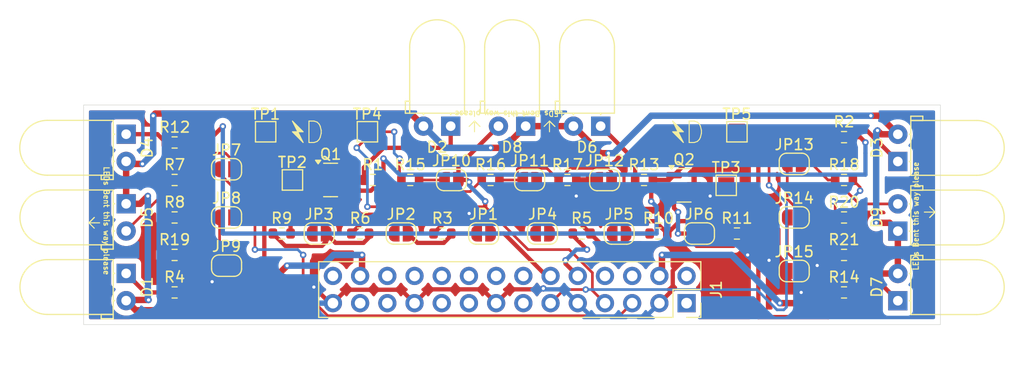
<source format=kicad_pcb>
(kicad_pcb (version 20240108) (generator "pcbnew") (generator_version "8.0")
  (layers (0 "F.Cu" signal) (31 "B.Cu" signal) (34 "B.Paste" user) (35 "F.Paste" user) (36 "B.SilkS" user "B.Silkscreen") (37 "F.SilkS" user "F.Silkscreen") (38 "B.Mask" user) (39 "F.Mask" user) (44 "Edge.Cuts" user))
  (net 0 "")
  (net 1 "Net-(D1-K)")
  (net 2 "+BATT")
  (net 3 "Net-(D2-K)")
  (net 4 "Net-(D3-K)")
  (net 5 "Net-(D4-K)")
  (net 6 "/PA3")
  (net 7 "Net-(D6-K)")
  (net 8 "Net-(D7-K)")
  (net 10 "GND")
  (net 16 "/PA4")
  (net 18 "/PA5")
  (net 27 "Net-(JP1-A)")
  (net 28 "Net-(JP2-A)")
  (net 29 "Net-(JP3-A)")
  (net 30 "/PE14")
  (net 31 "Net-(JP4-A)")
  (net 32 "Net-(JP5-A)")
  (net 33 "Net-(JP6-A)")
  (net 34 "Net-(JP7-A)")
  (net 35 "Net-(JP8-A)")
  (net 36 "Net-(JP10-A)")
  (net 37 "Net-(JP11-A)")
  (net 38 "Net-(JP13-A)")
  (net 39 "Net-(JP14-A)")
  (net 40 "Net-(Q1-C)")
  (net 41 "Net-(Q2-C)")
  (net 42 "/PE13")
  (footprint "Jumper:SolderJumper-2_P1.3mm_Open_RoundedPad1.0x1.5mm" (layer "F.Cu") (at 92.85 56)
    (property "Reference" "JP9")
    (property "Value" "SJ_Open")
  )
  (footprint "TestPoint:TestPoint_Pad_1.5x1.5mm" (layer "F.Cu") (at 106 43.5)
    (property "Reference" "TP4")
    (property "Value" "TestPoint")
  )
  (footprint "Resistor_SMD:R_0603_1608Metric" (layer "F.Cu") (at 106.5 48)
    (property "Reference" "R1")
    (property "Value" "22")
  )
  (footprint "Jumper:SolderJumper-2_P1.3mm_Open_RoundedPad1.0x1.5mm" (layer "F.Cu") (at 116.85 53)
    (property "Reference" "JP1")
    (property "Value" "SJ_Open")
  )
  (footprint "Resistor_SMD:R_0603_1608Metric" (layer "F.Cu") (at 88 48)
    (property "Reference" "R7")
    (property "Value" "47k")
  )
  (footprint "Resistor_SMD:R_0603_1608Metric" (layer "F.Cu") (at 150.5 55)
    (property "Reference" "R21")
    (property "Value" "4.7k")
  )
  (footprint "Resistor_SMD:R_0603_1608Metric" (layer "F.Cu") (at 150.5 51.5)
    (property "Reference" "R20")
    (property "Value" "10k")
  )
  (footprint "Connector_PinSocket_2.54mm:PinSocket_2x14_P2.54mm_Vertical" (layer "F.Cu") (at 135.8 59.5 -90)
    (property "Reference" "J1")
    (property "Value" "Conn_02x14_Odd_Even")
  )
  (footprint "Resistor_SMD:R_0603_1608Metric" (layer "F.Cu") (at 88 58.5)
    (property "Reference" "R4")
    (property "Value" "22")
  )
  (footprint "LED_THT:LED_D5.0mm_Horizontal_O1.27mm_Z15.0mm" (layer "F.Cu") (at 155.525 52.775 90)
    (property "Reference" "D9")
    (property "Value" "PhotoDiode")
  )
  (footprint "Jumper:SolderJumper-2_P1.3mm_Open_RoundedPad1.0x1.5mm" (layer "F.Cu") (at 129.5 53)
    (property "Reference" "JP5")
    (property "Value" "SJ_Open")
  )
  (footprint "Resistor_SMD:R_0603_1608Metric" (layer "F.Cu") (at 117.5 48)
    (property "Reference" "R16")
    (property "Value" "10k")
  )
  (footprint "Resistor_SMD:R_0603_1608Metric" (layer "F.Cu") (at 88 51.5)
    (property "Reference" "R8")
    (property "Value" "10k")
  )
  (footprint "Resistor_SMD:R_0603_1608Metric" (layer "F.Cu") (at 105.325 53)
    (property "Reference" "R6")
    (property "Value" "100")
  )
  (footprint "Resistor_SMD:R_0603_1608Metric" (layer "F.Cu") (at 110 48)
    (property "Reference" "R15")
    (property "Value" "47k")
  )
  (footprint "Jumper:SolderJumper-2_P1.3mm_Open_RoundedPad1.0x1.5mm" (layer "F.Cu") (at 122.35 53)
    (property "Reference" "JP4")
    (property "Value" "SJ_Open")
  )
  (footprint "Jumper:SolderJumper-2_P1.3mm_Open_RoundedPad1.0x1.5mm" (layer "F.Cu") (at 92.85 47)
    (property "Reference" "JP7")
    (property "Value" "SJ_Open")
  )
  (footprint "Resistor_SMD:R_0603_1608Metric" (layer "F.Cu") (at 150.5 44)
    (property "Reference" "R2")
    (property "Value" "22")
  )
  (footprint "LED_THT:LED_D5.0mm_Horizontal_O1.27mm_Z15.0mm" (layer "F.Cu") (at 113.775 42.975 180)
    (property "Reference" "D2")
    (property "Value" "LED")
  )
  (footprint "Jumper:SolderJumper-2_P1.3mm_Open_RoundedPad1.0x1.5mm" (layer "F.Cu") (at 128.15 48)
    (property "Reference" "JP12")
    (property "Value" "SJ_Open")
  )
  (footprint "Resistor_SMD:R_0603_1608Metric" (layer "F.Cu") (at 150.5 48)
    (property "Reference" "R18")
    (property "Value" "47k")
  )
  (footprint "Resistor_SMD:R_0603_1608Metric" (layer "F.Cu") (at 126 53)
    (property "Reference" "R5")
    (property "Value" "150")
  )
  (footprint "LED_THT:LED_D5.0mm_Horizontal_O1.27mm_Z15.0mm" (layer "F.Cu") (at 83.475 43.725 -90)
    (property "Reference" "D4")
    (property "Value" "LED")
  )
  (footprint "Resistor_SMD:R_0603_1608Metric" (layer "F.Cu") (at 133.175 53)
    (property "Reference" "R10")
    (property "Value" "100")
  )
  (footprint "Jumper:SolderJumper-2_P1.3mm_Open_RoundedPad1.0x1.5mm" (layer "F.Cu") (at 109.15 53)
    (property "Reference" "JP2")
    (property "Value" "SJ_Open")
  )
  (footprint "TestPoint:TestPoint_Pad_1.5x1.5mm" (layer "F.Cu") (at 96.5 43.5)
    (property "Reference" "TP1")
    (property "Value" "TestPoint")
  )
  (footprint "Jumper:SolderJumper-2_P1.3mm_Open_RoundedPad1.0x1.5mm" (layer "F.Cu") (at 101.5 53)
    (property "Reference" "JP3")
    (property "Value" "SJ_Open")
  )
  (footprint "Jumper:SolderJumper-2_P1.3mm_Open_RoundedPad1.0x1.5mm" (layer "F.Cu") (at 121.15 48)
    (property "Reference" "JP11")
    (property "Value" "SJ_Open")
  )
  (footprint "Jumper:SolderJumper-2_P1.3mm_Open_RoundedPad1.0x1.5mm" (layer "F.Cu") (at 113.85 48)
    (property "Reference" "JP10")
    (property "Value" "SJ_Open")
  )
  (footprint "Resistor_SMD:R_0603_1608Metric" (layer "F.Cu") (at 131.825 48)
    (property "Reference" "R13")
    (property "Value" "22")
  )
  (footprint "Resistor_SMD:R_0603_1608Metric" (layer "F.Cu") (at 124.675 48)
    (property "Reference" "R17")
    (property "Value" "4.7k")
  )
  (footprint "Resistor_SMD:R_0603_1608Metric" (layer "F.Cu") (at 88 55)
    (property "Reference" "R19")
    (property "Value" "4.7k")
  )
  (footprint "LED_THT:LED_D5.0mm_Horizontal_O1.27mm_Z15.0mm" (layer "F.Cu") (at 155.525 59.275 90)
    (property "Reference" "D7")
    (property "Value" "LED")
  )
  (footprint "LED_THT:LED_D5.0mm_Horizontal_O1.27mm_Z15.0mm" (layer "F.Cu") (at 127.775 42.975 180)
    (property "Reference" "D6")
    (property "Value" "LED")
  )
  (footprint "LED_THT:LED_D5.0mm_Horizontal_O1.27mm_Z15.0mm" (layer "F.Cu") (at 120.775 42.975 180)
    (property "Reference" "D8")
    (property "Value" "PhotoDiode")
  )
  (footprint "TestPoint:TestPoint_Pad_1.5x1.5mm" (layer "F.Cu") (at 99 48)
    (property "Reference" "TP2")
    (property "Value" "TestPoint")
  )
  (footprint "Resistor_SMD:R_0603_1608Metric" (layer "F.Cu") (at 150.5 58.5)
    (property "Reference" "R14")
    (property "Value" "22")
  )
  (footprint "Jumper:SolderJumper-2_P1.3mm_Open_RoundedPad1.0x1.5mm" (layer "F.Cu") (at 145.85 51.5)
    (property "Reference" "JP14")
    (property "Value" "SJ_Open")
  )
  (footprint "Jumper:SolderJumper-2_P1.3mm_Open_RoundedPad1.0x1.5mm" (layer "F.Cu") (at 145.85 56.5)
    (property "Reference" "JP15")
    (property "Value" "SJ_Open")
  )
  (footprint "Resistor_SMD:R_0603_1608Metric" (layer "F.Cu") (at 140.5 53)
    (property "Reference" "R11")
    (property "Value" "75")
  )
  (footprint "LED_THT:LED_D5.0mm_Horizontal_O1.27mm_Z15.0mm" (layer "F.Cu") (at 155.525 46.275 90)
    (property "Reference" "D3")
    (property "Value" "LED")
  )
  (footprint "Resistor_SMD:R_0603_1608Metric" (layer "F.Cu") (at 113 53)
    (property "Reference" "R3")
    (property "Value" "150")
  )
  (footprint "TestPoint:TestPoint_Pad_1.5x1.5mm" (layer "F.Cu") (at 139.5 48.5)
    (property "Reference" "TP3")
    (property "Value" "TestPoint")
  )
  (footprint "LED_THT:LED_D5.0mm_Horizontal_O1.27mm_Z15.0mm" (layer "F.Cu") (at 83.475 50.225 -90)
    (property "Reference" "D5")
    (property "Value" "PhotoDiode")
  )
  (footprint "Jumper:SolderJumper-2_P1.3mm_Open_RoundedPad1.0x1.5mm" (layer "F.Cu") (at 92.85 51.5)
    (property "Reference" "JP8")
    (property "Value" "SJ_Open")
  )
  (footprint "Package_TO_SOT_SMD:SOT-23" (layer "F.Cu") (at 102.5625 48)
    (property "Reference" "Q1")
    (property "Value" "NPN")
  )
  (footprint "TestPoint:TestPoint_Pad_1.5x1.5mm" (layer "F.Cu") (at 140.5 43.5)
    (property "Reference" "TP5")
    (property "Value" "TestPoint")
  )
  (footprint "Resistor_SMD:R_0603_1608Metric" (layer "F.Cu") (at 88 44.5)
    (property "Reference" "R12")
    (property "Value" "22")
  )
  (footprint "Resistor_SMD:R_0603_1608Metric" (layer "F.Cu") (at 98 53)
    (property "Reference" "R9")
    (property "Value" "75")
  )
  (footprint "Jumper:SolderJumper-2_P1.3mm_Open_RoundedPad1.0x1.5mm" (layer "F.Cu") (at 145.85 46.5)
    (property "Reference" "JP13")
    (property "Value" "SJ_Open")
  )
  (footprint "Package_TO_SOT_SMD:SOT-23" (layer "F.Cu") (at 135.5625 48.5)
    (property "Reference" "Q2")
    (property "Value" "NPN")
  )
  (footprint "LED_THT:LED_D5.0mm_Horizontal_O1.27mm_Z15.0mm" (layer "F.Cu") (at 83.475 56.725 -90)
    (property "Reference" "D1")
    (property "Value" "LED")
  )
  (footprint "Jumper:SolderJumper-2_P1.3mm_Open_RoundedPad1.0x1.5mm" (layer "F.Cu") (at 137 53)
    (property "Reference" "JP6")
    (property "Value" "SJ_Open")
  )
  (gr_line (start 159 51) (end 158.5 51.5) (stroke (width 0.1)) (layer "F.SilkS"))
  (gr_line (start 80.5 52) (end 80 52) (stroke (width 0.1)) (layer "F.SilkS"))
  (gr_line (start 80 52) (end 80.5 51.5) (stroke (width 0.1)) (layer "F.SilkS"))
  (gr_line (start 80.5 52) (end 81 52) (stroke (width 0.1)) (layer "F.SilkS"))
  (gr_line (start 116.5 43) (end 116 42.5) (stroke (width 0.1)) (layer "F.SilkS"))
  (gr_line (start 116 42.5) (end 115.5 43) (stroke (width 0.1)) (layer "F.SilkS"))
  (gr_line (start 123 42.5) (end 123.5 43) (stroke (width 0.1)) (layer "F.SilkS"))
  (gr_line (start 159 51) (end 158.5 50.5) (stroke (width 0.1)) (layer "F.SilkS"))
  (gr_line (start 116 43) (end 116 42.5) (stroke (width 0.1)) (layer "F.SilkS"))
  (gr_line (start 80.5 51.5) (end 80 52) (stroke (width 0.1)) (layer "F.SilkS"))
  (gr_line (start 123.5 43) (end 123 42.5) (stroke (width 0.1)) (layer "F.SilkS"))
  (gr_line (start 80 52) (end 80.5 52.5) (stroke (width 0.1)) (layer "F.SilkS"))
  (gr_line (start 158.5 51) (end 159 51) (stroke (width 0.1)) (layer "F.SilkS"))
  (gr_line (start 123 43) (end 123 42.5) (stroke (width 0.1)) (layer "F.SilkS"))
  (gr_poly (pts (xy 134.5 42.5) (xy 135 43.5) (xy 135.5 43.5)) (stroke (width 0.1)) (fill solid) (layer "F.SilkS"))
  (gr_poly (pts (xy 135 43.5) (xy 134.5 43.5) (xy 135.5 44.5)) (stroke (width 0.1)) (fill solid) (layer "F.SilkS"))
  (gr_line (start 116 43) (end 116 43.5) (stroke (width 0.1)) (layer "F.SilkS"))
  (gr_poly (pts (xy 99 42.5) (xy 99.5 43.5) (xy 100 43.5)) (stroke (width 0.1)) (fill solid) (layer "F.SilkS"))
  (gr_poly (pts (xy 99.5 43.5) (xy 99 43.5) (xy 100 44.5)) (stroke (width 0.1)) (fill solid) (layer "F.SilkS"))
  (gr_line (start 158.5 51) (end 158 51) (stroke (width 0.1)) (layer "F.SilkS"))
  (gr_line (start 123 42.5) (end 122.5 43) (stroke (width 0.1)) (layer "F.SilkS"))
  (gr_line (start 116 42.5) (end 116.5 43) (stroke (width 0.1)) (layer "F.SilkS"))
  (gr_line (start 158.5 51.5) (end 159 51) (stroke (width 0.1)) (layer "F.SilkS"))
  (gr_line (start 123 43) (end 123 43.5) (stroke (width 0.1)) (layer "F.SilkS"))
  (gr_rect (start 79.5 41) (end 159.5 61.5) (stroke (width 0.05)) (fill none) (layer "Edge.Cuts"))
  (gr_text "LEDs Bent this way please" (at 81.336 46.680954 -90) (layer "F.SilkS") (effects (font (size 0.5 0.5) (thickness 0.1) (bold yes)) (justify left bottom)))
  (gr_text "D" (at 135.5 44.75 0) (layer "F.SilkS") (effects (font (size 2 2) (thickness 0.1)) (justify left bottom)))
  (gr_text "D" (at 100 44.75 0) (layer "F.SilkS") (effects (font (size 2 2) (thickness 0.1)) (justify left bottom)))
  (gr_text "LEDs Bent this way please" (at 124.327523 41.508475 180) (layer "F.SilkS") (effects (font (size 0.5 0.5) (thickness 0.1) (bold yes)) (justify left bottom)))
  (gr_text "LEDs Bent this way please" (at 157.5 56.5 90) (layer "F.SilkS") (effects (font (size 0.5 0.5) (thickness 0.1) (bold yes)) (justify left bottom)))
  (segment (start 85.25 58.5) (end 83.475 56.725) (width 0.4) (layer "F.Cu") (net 1))
  (segment (start 87.175 58.5) (end 85.25 58.5) (width 0.4) (layer "F.Cu") (net 1))
  (segment (start 111.235 42.975) (end 110.06 41.8) (width 0.6) (layer "F.Cu") (net 2))
  (segment (start 153 42) (end 153.79 42) (width 0.6) (layer "F.Cu") (net 2))
  (segment (start 83.475 46.265) (end 83.475 50.225) (width 0.6) (layer "F.Cu") (net 2))
  (segment (start 84.775 50.225) (end 85.5 49.5) (width 0.6) (layer "F.Cu") (net 2))
  (segment (start 155.525 52.775) (end 155.525 56.735) (width 0.6) (layer "F.Cu") (net 2))
  (segment (start 148 59.5) (end 144.5 59.5) (width 0.6) (layer "F.Cu") (net 2))
  (segment (start 105.5 55) (end 105.5 56.78) (width 0.6) (layer "F.Cu") (net 2))
  (segment (start 83.71 46.5) (end 83.475 46.265) (width 0.6) (layer "F.Cu") (net 2))
  (segment (start 85.56305 59.2) (end 83.54 59.2) (width 0.6) (layer "F.Cu") (net 2))
  (segment (start 148 57) (end 148 59.5) (width 0.6) (layer "F.Cu") (net 2))
  (segment (start 83.54 59.2) (end 83.475 59.265) (width 0.6) (layer "F.Cu") (net 2))
  (segment (start 110.06 41.8) (end 86.2 41.8) (width 0.6) (layer "F.Cu") (net 2))
  (segment (start 125.235 42.975) (end 127.76 45.5) (width 0.6) (layer "F.Cu") (net 2))
  (segment (start 127.76 45.5) (end 128.5 45.5) (width 0.6) (layer "F.Cu") (net 2))
  (segment (start 118.75 45) (end 117.5 45) (width 0.6) (layer "F.Cu") (net 2))
  (segment (start 105.5 56.78) (end 105.32 56.96) (width 0.6) (layer "F.Cu") (net 2))
  (segment (start 120.775 42.975) (end 118.75 45) (width 0.6) (layer "F.Cu") (net 2))
  (segment (start 85 46.5) (end 83.71 46.5) (width 0.6) (layer "F.Cu") (net 2))
  (segment (start 153.79 42) (end 155.525 43.735) (width 0.6) (layer "F.Cu") (net 2))
  (segment (start 83.475 50.225) (end 84.775 50.225) (width 0.6) (layer "F.Cu") (net 2))
  (segment (start 94.335 60.165) (end 98.5 56) (width 0.6) (layer "F.Cu") (net 2))
  (segment (start 125.235 42.975) (end 120.775 42.975) (width 0.6) (layer "F.Cu") (net 2))
  (segment (start 155.525 43.735) (end 153.97495 43.735) (width 0.6) (layer "F.Cu") (net 2))
  (segment (start 133.5 55) (end 133.5 56.72) (width 0.6) (layer "F.Cu") (net 2))
  (segment (start 153.5 52) (end 154.75 52) (width 0.6) (layer "F.Cu") (net 2))
  (segment (start 84.375 60.165) (end 94.335 60.165) (width 0.6) (layer "F.Cu") (net 2))
  (segment (start 153.97495 43.735) (end 153.619975 43.380025) (width 0.6) (layer "F.Cu") (net 2))
  (segment (start 154.75 52) (end 155.525 52.775) (width 0.6) (layer "F.Cu") (net 2))
  (segment (start 83.475 59.265) (end 84.375 60.165) (width 0.6) (layer "F.Cu") (net 2))
  (segment (start 148.265 56.735) (end 148 57) (width 0.6) (layer "F.Cu") (net 2))
  (segment (start 133.5 56.72) (end 133.26 56.96) (width 0.6) (layer "F.Cu") (net 2))
  (segment (start 86.2 41.8) (end 86 42) (width 0.6) (layer "F.Cu") (net 2))
  (segment (start 155.525 56.735) (end 148.265 56.735) (width 0.6) (layer "F.Cu") (net 2))
  (via (at 85.5 49.5) (size 0.6) (drill 0.3) (layers "F.Cu" "B.Cu") (net 2))
  (via (at 86 42) (size 0.6) (drill 0.3) (layers "F.Cu" "B.Cu") (net 2))
  (via (at 117.5 45) (size 0.6) (drill 0.3) (layers "F.Cu" "B.Cu") (net 2))
  (via (at 133.5 55) (size 0.6) (drill 0.3) (layers "F.Cu" "B.Cu") (net 2))
  (via (at 105.5 55) (size 0.6) (drill 0.3) (layers "F.Cu" "B.Cu") (net 2))
  (via (at 128.5 45.5) (size 0.6) (drill 0.3) (layers "F.Cu" "B.Cu") (net 2))
  (via (at 153.5 52) (size 0.6) (drill 0.3) (layers "F.Cu" "B.Cu") (net 2))
  (via (at 85 46.5) (size 0.6) (drill 0.3) (layers "F.Cu" "B.Cu") (net 2))
  (via (at 85.56305 59.2) (size 0.6) (drill 0.3) (layers "F.Cu" "B.Cu") (net 2))
  (via (at 98.5 56) (size 0.6) (drill 0.3) (layers "F.Cu" "B.Cu") (net 2))
  (via (at 153.619975 43.380025) (size 0.6) (drill 0.3) (layers "F.Cu" "B.Cu") (net 2))
  (via (at 153 42) (size 0.6) (drill 0.3) (layers "F.Cu" "B.Cu") (net 2))
  (via (at 144.5 59.5) (size 0.6) (drill 0.3) (layers "F.Cu" "B.Cu") (net 2))
  (segment (start 102.830811 55) (end 105.5 55) (width 0.6) (layer "B.Cu") (net 2))
  (segment (start 86 42) (end 86 45.5) (width 0.6) (layer "B.Cu") (net 2))
  (segment (start 86 45.5) (end 85 46.5) (width 0.6) (layer "B.Cu") (net 2))
  (segment (start 140 55) (end 133.5 55) (width 0.6) (layer "B.Cu") (net 2))
  (segment (start 101.830811 56) (end 102.830811 55) (width 0.6) (layer "B.Cu") (net 2))
  (segment (start 113.26 45) (end 111.235 42.975) (width 0.6) (layer "B.Cu") (net 2))
  (segment (start 132.5 42) (end 153 42) (width 0.6) (layer "B.Cu") (net 2))
  (segment (start 117.5 45) (end 113.26 45) (width 0.6) (layer "B.Cu") (net 2))
  (segment (start 153.619975 43.380025) (end 153.5 43.5) (width 0.6) (layer "B.Cu") (net 2))
  (segment (start 129 45.5) (end 132.5 42) (width 0.6) (layer "B.Cu") (net 2))
  (segment (start 144.5 59.5) (end 140 55) (width 0.6) (layer "B.Cu") (net 2))
  (segment (start 128.5 45.5) (end 129 45.5) (width 0.6) (layer "B.Cu") (net 2))
  (segment (start 98.5 56) (end 101.830811 56) (width 0.6) (layer "B.Cu") (net 2))
  (segment (start 85.5 49.5) (end 85.5 59.13695) (width 0.6) (layer "B.Cu") (net 2))
  (segment (start 153.5 43.5) (end 153.5 52) (width 0.6) (layer "B.Cu") (net 2))
  (segment (start 85.5 59.13695) (end 85.56305 59.2) (width 0.6) (layer "B.Cu") (net 2))
  (segment (start 113.775 44.725) (end 113.775 42.975) (width 0.4) (layer "F.Cu") (net 3))
  (segment (start 105.675 46.83505) (end 107.51005 45) (width 0.4) (layer "F.Cu") (net 3))
  (segment (start 107.51005 45) (end 113.5 45) (width 0.4) (layer "F.Cu") (net 3))
  (segment (start 113.5 45) (end 113.775 44.725) (width 0.4) (layer "F.Cu") (net 3))
  (segment (start 105.675 48) (end 105.675 46.83505) (width 0.4) (layer "F.Cu") (net 3))
  (segment (start 152.375 43.125) (end 155.525 46.275) (width 0.4) (layer "F.Cu") (net 4))
  (segment (start 150.55 43.125) (end 152.375 43.125) (width 0.4) (layer "F.Cu") (net 4))
  (segment (start 149.675 44) (end 150.55 43.125) (width 0.4) (layer "F.Cu") (net 4))
  (segment (start 86.4 43.725) (end 87.175 44.5) (width 0.4) (layer "F.Cu") (net 5))
  (segment (start 83.475 43.725) (end 86.4 43.725) (width 0.4) (layer "F.Cu") (net 5))
  (segment (start 95.5 49) (end 93.5 47) (width 0.25) (layer "F.Cu") (net 6))
  (segment (start 96.5 43.5) (end 97 43.5) (width 0.25) (layer "F.Cu") (net 6))
  (segment (start 83.475 52.765) (end 87.175 49.065) (width 0.25) (layer "F.Cu") (net 6))
  (segment (start 95.5 54.5) (end 95.5 49) (width 0.25) (layer "F.Cu") (net 6))
  (segment (start 96.5 44) (end 96.5 43.5) (width 0.25) (layer "F.Cu") (net 6))
  (segment (start 87.175 49.065) (end 87.175 48) (width 0.25) (layer "F.Cu") (net 6))
  (segment (start 130.72 59.5) (end 129.545 60.675) (width 0.25) (layer "F.Cu") (net 6))
  (segment (start 100 58.381701) (end 100 55) (width 0.25) (layer "F.Cu") (net 6))
  (segment (start 93.5 47) (end 93.5 46.245) (width 0.25) (layer "F.Cu") (net 6))
  (segment (start 89.675 45.5) (end 87.175 48) (width 0.25) (layer "F.Cu") (net 6))
  (segment (start 102.293299 60.675) (end 100 58.381701) (width 0.25) (layer "F.Cu") (net 6))
  (segment (start 93.5 46.245) (end 92.755 45.5) (width 0.25) (layer "F.Cu") (net 6))
  (segment (start 92.755 45.5) (end 89.675 45.5) (width 0.25) (layer "F.Cu") (net 6))
  (segment (start 129.545 60.675) (end 102.293299 60.675) (width 0.25) (layer "F.Cu") (net 6))
  (segment (start 93.5 47) (end 96.5 44) (width 0.25) (layer "F.Cu") (net 6))
  (via (at 100 55) (size 0.6) (drill 0.3) (layers "F.Cu" "B.Cu") (net 6))
  (via (at 95.5 54.5) (size 0.6) (drill 0.3) (layers "F.Cu" "B.Cu") (net 6))
  (segment (start 99.5 54.5) (end 95.5 54.5) (width 0.25) (layer "B.Cu") (net 6))
  (segment (start 100 55) (end 99.5 54.5) (width 0.25) (layer "B.Cu") (net 6))
  (segment (start 131 48) (end 131 46.2) (width 0.4) (layer "F.Cu") (net 7))
  (segment (start 131 46.2) (end 127.775 42.975) (width 0.4) (layer "F.Cu") (net 7))
  (segment (start 150.55 57.625) (end 153.875 57.625) (width 0.4) (layer "F.Cu") (net 8))
  (segment (start 149.675 58.5) (end 150.55 57.625) (width 0.4) (layer "F.Cu") (net 8))
  (segment (start 153.875 57.625) (end 155.525 59.275) (width 0.4) (layer "F.Cu") (net 8))
  (segment (start 133.805526 48.75) (end 136.25 48.75) (width 0.4) (layer "F.Cu") (net 10))
  (segment (start 103.5 48) (end 103.5 49.338528) (width 0.4) (layer "F.Cu") (net 10))
  (segment (start 133.4875 49.068026) (end 133.805526 48.75) (width 0.4) (layer "F.Cu") (net 10))
  (segment (start 122.344726 58.21) (end 122.425373 58.129353) (width 0.4) (layer "F.Cu") (net 10))
  (segment (start 129.445 50.7) (end 132.95 50.7) (width 0.4) (layer "F.Cu") (net 10))
  (segment (start 125.5 49.5) (end 125.5 48) (width 0.4) (layer "F.Cu") (net 10))
  (segment (start 102.78 59.5) (end 102.5 59.5) (width 0.4) (layer "F.Cu") (net 10))
  (segment (start 118.02 59.5) (end 119.31 58.21) (width 0.4) (layer "F.Cu") (net 10))
  (segment (start 92.2 56) (end 89.825 56) (width 0.4) (layer "F.Cu") (net 10))
  (segment (start 135.992233 55) (end 141.5 55) (width 0.4) (layer "F.Cu") (net 10))
  (segment (start 146.5 58.5) (end 145.2 57.2) (width 0.4) (layer "F.Cu") (net 10))
  (segment (start 111.69 58.21) (end 116.73 58.21) (width 0.4) (layer "F.Cu") (net 10))
  (segment (start 145.2 57.2) (end 145.2 56.5) (width 0.4) (layer "F.Cu") (net 10))
  (segment (start 89.825 56) (end 88.825 55) (width 0.4) (layer "F.Cu") (net 10))
  (segment (start 103.5 49.338528) (end 105.406472 51.245) (width 0.4) (layer "F.Cu") (net 10))
  (segment (start 91.5 56.7) (end 92.2 56) (width 0.4) (layer "F.Cu") (net 10))
  (segment (start 102.5 59.5) (end 101 58) (width 0.4) (layer "F.Cu") (net 10))
  (segment (start 105.406472 51.245) (end 115.38 51.245) (width 0.4) (layer "F.Cu") (net 10))
  (segment (start 91.5 57.5) (end 91.5 56.7) (width 0.4) (layer "F.Cu") (net 10))
  (segment (start 138 49.5) (end 137.5 49.5) (width 0.4) (layer "F.Cu") (net 10))
  (segment (start 104.03 58.25) (end 109.15 58.25) (width 0.4) (layer "F.Cu") (net 10))
  (segment (start 144.5 56.5) (end 143.5 55.5) (width 0.25) (layer "F.Cu") (net 10))
  (segment (start 132.95 50.7) (end 133.4875 50.1625) (width 0.4) (layer "F.Cu") (net 10))
  (segment (start 109.15 58.25) (end 110.4 59.5) (width 0.4) (layer "F.Cu") (net 10))
  (segment (start 134.51 58.25) (end 134.51 56.482233) (width 0.4) (layer "F.Cu") (net 10))
  (segment (start 136.25 48.75) (end 136.5 48.5) (width 0.4) (layer "F.Cu") (net 10))
  (segment (start 133.4875 50.1625) (end 133.4875 49.068026) (width 0.4) (layer "F.Cu") (net 10))
  (segment (start 116.73 58.21) (end 118.02 59.5) (width 0.4) (layer "F.Cu") (net 10))
  (segment (start 115.38 51.245) (end 115.5 51.125) (width 0.4) (layer "F.Cu") (net 10))
  (segment (start 119.31 58.21) (end 122.344726 58.21) (width 0.4) (layer "F.Cu") (net 10))
  (segment (start 137.5 49.5) (end 136.5 48.5) (width 0.4) (layer "F.Cu") (net 10))
  (segment (start 150.34258 55.98242) (end 147.993662 55.98242) (width 0.4) (layer "F.Cu") (net 10))
  (segment (start 145.2 56.5) (end 144.5 56.5) (width 0.25) (layer "F.Cu") (net 10))
  (segment (start 102.78 59.5) (end 104.03 58.25) (width 0.4) (layer "F.Cu") (net 10))
  (segment (start 125.5 48) (end 127.5 48) (width 0.4) (layer "F.Cu") (net 10))
  (segment (start 133.26 59.5) (end 134.51 58.25) (width 0.4) (layer "F.Cu") (net 10))
  (segment (start 110.4 59.5) (end 111.69 58.21) (width 0.4) (layer "F.Cu") (net 10))
  (segment (start 127.5 48.755) (end 129.445 50.7) (width 0.4) (layer "F.Cu") (net 10))
  (segment (start 127.5 48) (end 127.5 48.755) (width 0.4) (layer "F.Cu") (net 10))
  (segment (start 145.2 56.5) (end 145.2 57.255) (width 0.25) (layer "F.Cu") (net 10))
  (segment (start 134.51 56.482233) (end 135.992233 55) (width 0.4) (layer "F.Cu") (net 10))
  (segment (start 151.325 55) (end 150.34258 55.98242) (width 0.4) (layer "F.Cu") (net 10))
  (via (at 141.5 55) (size 0.6) (drill 0.3) (layers "F.Cu" "B.Cu") (net 10))
  (via (at 143.5 55.5) (size 0.6) (drill 0.3) (layers "F.Cu" "B.Cu") (net 10))
  (via (at 101 58) (size 0.6) (drill 0.3) (layers "F.Cu" "B.Cu") (net 10))
  (via (at 147.993662 55.98242) (size 0.6) (drill 0.3) (layers "F.Cu" "B.Cu") (net 10))
  (via (at 146.5 58.5) (size 0.6) (drill 0.3) (layers "F.Cu" "B.Cu") (net 10))
  (via (at 122.425373 58.129353) (size 0.6) (drill 0.3) (layers "F.Cu" "B.Cu") (net 10))
  (via (at 125.5 49.5) (size 0.6) (drill 0.3) (layers "F.Cu" "B.Cu") (net 10))
  (via (at 91.5 57.5) (size 0.6) (drill 0.3) (layers "F.Cu" "B.Cu") (net 10))
  (via (at 138 49.5) (size 0.6) (drill 0.3) (layers "F.Cu" "B.Cu") (net 10))
  (via (at 115.5 51.125) (size 0.6) (drill 0.3) (layers "F.Cu" "B.Cu") (net 10))
  (segment (start 147.993662 55.98242) (end 147.993662 57.006338) (width 0.4) (layer "B.Cu") (net 10))
  (segment (start 124 51) (end 125.5 49.5) (width 0.4) (layer "B.Cu") (net 10))
  (segment (start 126.89 60.75) (end 132.01 60.75) (width 0.4) (layer "B.Cu") (net 10))
  (segment (start 101 58) (end 92 58) (width 0.4) (layer "B.Cu") (net 10))
  (segment (start 141.5 55) (end 141.5 53) (width 0.4) (layer "B.Cu") (net 10))
  (segment (start 122.425373 58.129353) (end 122.50602 58.21) (width 0.4) (layer "B.Cu") (net 10))
  (segment (start 115.5 51.125) (end 115.625 51) (width 0.4) (layer "B.Cu") (net 10))
  (segment (start 124.35 58.21) (end 125.64 59.5) (width 0.4) (layer "B.Cu") (net 10))
  (segment (start 143.5 55.5) (end 142 55.5) (width 0.25) (layer "B.Cu") (net 10))
  (segment (start 141.5 53) (end 138 49.5) (width 0.4) (layer "B.Cu") (net 10))
  (segment (start 125.64 59.5) (end 126.89 60.75) (width 0.4) (layer "B.Cu") (net 10))
  (segment (start 147.993662 57.006338) (end 146.5 58.5) (width 0.4) (layer "B.Cu") (net 10))
  (segment (start 115.625 51) (end 124 51) (width 0.4) (layer "B.Cu") (net 10))
  (segment (start 142 55.5) (end 141.5 55) (width 0.25) (layer "B.Cu") (net 10))
  (segment (start 92 58) (end 91.5 57.5) (width 0.4) (layer "B.Cu") (net 10))
  (segment (start 122.50602 58.21) (end 124.35 58.21) (width 0.4) (layer "B.Cu") (net 10))
  (segment (start 132.01 60.75) (end 133.26 59.5) (width 0.4) (layer "B.Cu") (net 10))
  (segment (start 114.5 46.71) (end 118.235 42.975) (width 0.4) (layer "F.Cu") (net 16))
  (segment (start 109 46) (end 109 47.825) (width 0.25) (layer "F.Cu") (net 16))
  (segment (start 116.998932 50.001068) (end 116.998932 50.5) (width 0.4) (layer "F.Cu") (net 16))
  (segment (start 114.5 48) (end 114.5 46.71) (width 0.4) (layer "F.Cu") (net 16))
  (segment (start 114.5 48) (end 114.5 48.522759) (width 0.4) (layer "F.Cu") (net 16))
  (segment (start 105.813604 43.95) (end 105.681802 43.818198) (width 0.25) (layer "F.Cu") (net 16))
  (segment (start 117 50) (end 116.998932 50.001068) (width 0.4) (layer "F.Cu") (net 16))
  (segment (start 124.841701 54.5) (end 120.998932 54.5) (width 0.25) (layer "F.Cu") (net 16))
  (segment (start 127.005 58.325) (end 127.005 56.663299) (width 0.25) (layer "F.Cu") (net 16))
  (segment (start 120.998932 54.5) (end 116.998932 50.5) (width 0.25) (layer "F.Cu") (net 16))
  (segment (start 105 45) (end 105.813604 44.186396) (width 0.25) (layer "F.Cu") (net 16))
  (segment (start 106 43.5) (end 108.5 43.5) (width 0.25) (layer "F.Cu") (net 16))
  (segment (start 115.3 48) (end 115.5 48.2) (width 0.4) (layer "F.Cu") (net 16))
  (segment (start 116.998932 50.5) (end 106 50.5) (width 0.25) (layer "F.Cu") (net 16))
  (segment (start 109 47.825) (end 109.175 48) (width 0.25) (layer "F.Cu") (net 16))
  (segment (start 127.005 56.663299) (end 124.841701 54.5) (width 0.25) (layer "F.Cu") (net 16))
  (segment (start 114.5 48) (end 115.3 48) (width 0.4) (layer "F.Cu") (net 16))
  (segment (start 128.18 59.5) (end 127.005 58.325) (width 0.25) (layer "F.Cu") (net 16))
  (segment (start 105.813604 44.186396) (end 105.813604 43.95) (width 0.25) (layer "F.Cu") (net 16))
  (via (at 117 50) (size 0.6) (drill 0.3) (layers "F.Cu" "B.Cu") (net 16))
  (via (at 106 50.5) (size 0.6) (drill 0.3) (layers "F.Cu" "B.Cu") (net 16))
  (via (at 115.5 48.2) (size 0.6) (drill 0.3) (layers "F.Cu" "B.Cu") (net 16))
  (via (at 109 46) (size 0.6) (drill 0.3) (layers "F.Cu" "B.Cu") (net 16))
  (via (at 105 45) (size 0.6) (drill 0.3) (layers "F.Cu" "B.Cu") (net 16))
  (via (at 108.5 43.5) (size 0.6) (drill 0.3) (layers "F.Cu" "B.Cu") (net 16))
  (segment (start 108.5 43.5) (end 108.5 45.5) (width 0.25) (layer "B.Cu") (net 16))
  (segment (start 115.5 48.2) (end 115.5 48.5) (width 0.4) (layer "B.Cu") (net 16))
  (segment (start 108.5 45.5) (end 109 46) (width 0.25) (layer "B.Cu") (net 16))
  (segment (start 106 50.5) (end 106 46) (width 0.25) (layer "B.Cu") (net 16))
  (segment (start 106 46) (end 105 45) (width 0.25) (layer "B.Cu") (net 16))
  (segment (start 115.5 48.5) (end 117 50) (width 0.4) (layer "B.Cu") (net 16))
  (segment (start 124.369549 58.230451) (end 123.1 59.5) (width 0.25) (layer "F.Cu") (net 18))
  (segment (start 146.5 45.745) (end 146.5 46.5) (width 0.25) (layer "F.Cu") (net 18))
  (segment (start 140.5 43.5) (end 144.255 43.5) (width 0.25) (layer "F.Cu") (net 18))
  (segment (start 143.5 48.5) (end 143.5 46.257538) (width 0.25) (layer "F.Cu") (net 18))
  (segment (start 143.5 46.257538) (end 141.192462 43.95) (width 0.25) (layer "F.Cu") (net 18))
  (segment (start 144.255 43.5) (end 146.5 45.745) (width 0.25) (layer "F.Cu") (net 18))
  (segment (start 146.5 46.5) (end 147.5 46.5) (width 0.25) (layer "F.Cu") (net 18))
  (segment (start 126.38 58.230451) (end 124.369549 58.230451) (width 0.25) (layer "F.Cu") (net 18))
  (segment (start 147.5 46.5) (end 149 48) (width 0.25) (layer "F.Cu") (net 18))
  (segment (start 149.675 48) (end 151.91 50.235) (width 0.25) (layer "F.Cu") (net 18))
  (segment (start 141.192462 43.95) (end 140.5 43.95) (width 0.25) (layer "F.Cu") (net 18))
  (segment (start 151.91 50.235) (end 155.525 50.235) (width 0.25) (layer "F.Cu") (net 18))
  (segment (start 149 48) (end 149.675 48) (width 0.25) (layer "F.Cu") (net 18))
  (via (at 143.5 48.5) (size 0.6) (drill 0.3) (layers "F.Cu" "B.Cu") (net 18))
  (via (at 126.38 58.230451) (size 0.6) (drill 0.3) (layers "F.Cu" "B.Cu") (net 18))
  (segment (start 142.346567 58.230451) (end 144.241116 60.125) (width 0.25) (layer "B.Cu") (net 18))
  (segment (start 145.125 50.125) (end 143.5 48.5) (width 0.25) (layer "B.Cu") (net 18))
  (segment (start 144.241116 60.125) (end 144.875 60.125) (width 0.25) (layer "B.Cu") (net 18))
  (segment (start 144.875 60.125) (end 145.125 59.875) (width 0.25) (layer "B.Cu") (net 18))
  (segment (start 145.125 59.875) (end 145.125 50.125) (width 0.25) (layer "B.Cu") (net 18))
  (segment (start 126.38 58.230451) (end 142.346567 58.230451) (width 0.25) (layer "B.Cu") (net 18))
  (segment (start 105.655 51.845) (end 109.4 51.845) (width 0.4) (layer "F.Cu") (net 27))
  (segment (start 109.8 52.245) (end 109.8 53) (width 0.4) (layer "F.Cu") (net 27))
  (segment (start 116.2 53) (end 113.825 53) (width 0.4) (layer "F.Cu") (net 27))
  (segment (start 113.125 53.875) (end 110.675 53.875) (width 0.4) (layer "F.Cu") (net 27))
  (segment (start 113.825 53.175) (end 113.125 53.875) (width 0.4) (layer "F.Cu") (net 27))
  (segment (start 109.4 51.845) (end 109.8 52.245) (width 0.4) (layer "F.Cu") (net 27))
  (segment (start 113.825 53) (end 113.825 53.175) (width 0.4) (layer "F.Cu") (net 27))
  (segment (start 110.675 53.875) (end 109.8 53) (width 0.4) (layer "F.Cu") (net 27))
  (segment (start 104.5 53) (end 105.655 51.845) (width 0.4) (layer "F.Cu") (net 27))
  (segment (start 105.63505 53.875) (end 103.025 53.875) (width 0.4) (layer "F.Cu") (net 28))
  (segment (start 97.175 53) (end 98.33 54.155) (width 0.4) (layer "F.Cu") (net 28))
  (segment (start 102.15 53.755) (end 102.15 53) (width 0.4) (layer "F.Cu") (net 28))
  (segment (start 101.75 54.155) (end 102.15 53.755) (width 0.4) (layer "F.Cu") (net 28))
  (segment (start 106.51005 53) (end 105.63505 53.875) (width 0.4) (layer "F.Cu") (net 28))
  (segment (start 98.33 54.155) (end 101.75 54.155) (width 0.4) (layer "F.Cu") (net 28))
  (segment (start 103.025 53.875) (end 102.15 53) (width 0.4) (layer "F.Cu") (net 28))
  (segment (start 106.15 53) (end 108.5 53) (width 0.4) (layer "F.Cu") (net 28))
  (segment (start 108.5 53) (end 106.51005 53) (width 0.4) (layer "F.Cu") (net 28))
  (segment (start 99 48) (end 100.675 48) (width 0.4) (layer "F.Cu") (net 29))
  (segment (start 100.675 48) (end 101.625 48.95) (width 0.4) (layer "F.Cu") (net 29))
  (segment (start 98.825 53) (end 98.825 48.175) (width 0.4) (layer "F.Cu") (net 29))
  (segment (start 98.825 53) (end 100.85 53) (width 0.4) (layer "F.Cu") (net 29))
  (segment (start 98.825 48.175) (end 99 48) (width 0.4) (layer "F.Cu") (net 29))
  (segment (start 124.5 55.82) (end 125.64 56.96) (width 0.4) (layer "F.Cu") (net 30))
  (segment (start 124.5 55.5) (end 124.5 55.82) (width 0.4) (layer "F.Cu") (net 30))
  (segment (start 125.175 53) (end 125.175 53.175) (width 0.4) (layer "F.Cu") (net 30))
  (segment (start 125.175 53.175) (end 126.5 54.5) (width 0.4) (layer "F.Cu") (net 30))
  (segment (start 123 53) (end 125.175 53) (width 0.4) (layer "F.Cu") (net 30))
  (via (at 126.5 54.5) (size 0.6) (drill 0.3) (layers "F.Cu" "B.Cu") (net 30))
  (via (at 124.5 55.5) (size 0.6) (drill 0.3) (layers "F.Cu" "B.Cu") (net 30))
  (segment (start 126.5 54.5) (end 125.5 54.5) (width 0.4) (layer "B.Cu") (net 30))
  (segment (start 125.5 54.5) (end 124.5 55.5) (width 0.4) (layer "B.Cu") (net 30))
  (segment (start 122.445 51.5) (end 125.325 51.5) (width 0.4) (layer "F.Cu") (net 31))
  (segment (start 130.15 53) (end 132.35 53) (width 0.4) (layer "F.Cu") (net 31))
  (segment (start 127.98 54.155) (end 126.825 53) (width 0.4) (layer "F.Cu") (net 31))
  (segment (start 130.15 53.755) (end 129.75 54.155) (width 0.4) (layer "F.Cu") (net 31))
  (segment (start 129.75 54.155) (end 127.98 54.155) (width 0.4) (layer "F.Cu") (net 31))
  (segment (start 125.325 51.5) (end 126.825 53) (width 0.4) (layer "F.Cu") (net 31))
  (segment (start 121.7 53) (end 121.7 52.245) (width 0.4) (layer "F.Cu") (net 31))
  (segment (start 130.15 53) (end 130.15 53.755) (width 0.4) (layer "F.Cu") (net 31))
  (segment (start 121.7 52.245) (end 122.445 51.5) (width 0.4) (layer "F.Cu") (net 31))
  (segment (start 134 53) (end 135.155 51.845) (width 0.4) (layer "F.Cu") (net 32))
  (segment (start 135.155 51.845) (end 137.25 51.845) (width 0.4) (layer "F.Cu") (net 32))
  (segment (start 137.65 52.245) (end 137.65 53) (width 0.4) (layer "F.Cu") (net 32))
  (segment (start 137.25 51.845) (end 137.65 52.245) (width 0.4) (layer "F.Cu") (net 32))
  (segment (start 132.845 51.845) (end 134 53) (width 0.4) (layer "F.Cu") (net 32))
  (segment (start 139.675 53) (end 137.65 53) (width 0.4) (layer "F.Cu") (net 32))
  (segment (start 128.85 53) (end 128.85 52.245) (width 0.4) (layer "F.Cu") (net 32))
  (segment (start 128.85 52.245) (end 129.25 51.845) (width 0.4) (layer "F.Cu") (net 32))
  (segment (start 129.25 51.845) (end 132.845 51.845) (width 0.4) (layer "F.Cu") (net 32))
  (segment (start 134.625 49.45) (end 134.625 50.625) (width 0.4) (layer "F.Cu") (net 33))
  (segment (start 136.75 54.155) (end 140.17 54.155) (width 0.4) (layer "F.Cu") (net 33))
  (segment (start 141.325 53) (end 141.325 50.325) (width 0.4) (layer "F.Cu") (net 33))
  (segment (start 134.625 50.625) (end 135 51) (width 0.4) (layer "F.Cu") (net 33))
  (segment (start 141.325 50.325) (end 139.5 48.5) (width 0.4) (layer "F.Cu") (net 33))
  (segment (start 135 53) (end 136.35 53) (width 0.4) (layer "F.Cu") (net 33))
  (segment (start 136.35 53) (end 136.35 53.755) (width 0.4) (layer "F.Cu") (net 33))
  (segment (start 136.35 53.755) (end 136.75 54.155) (width 0.4) (layer "F.Cu") (net 33))
  (segment (start 140.17 54.155) (end 141.325 53) (width 0.4) (layer "F.Cu") (net 33))
  (via (at 135 51) (size 0.6) (drill 0.3) (layers "F.Cu" "B.Cu") (net 33))
  (via (at 135 53) (size 0.6) (drill 0.3) (layers "F.Cu" "B.Cu") (net 33))
  (segment (start 135 51) (end 135 53) (width 0.4) (layer "B.Cu") (net 33))
  (segment (start 88.825 48) (end 91.2 48) (width 0.25) (layer "F.Cu") (net 34))
  (segment (start 93.5 48.716693) (end 92.2 47.416693) (width 0.25) (layer "F.Cu") (net 34))
  (segment (start 88.825 48) (end 88.825 49.85) (width 0.25) (layer "F.Cu") (net 34))
  (segment (start 91.2 48) (end 92.2 47) (width 0.25) (layer "F.Cu") (net 34))
  (segment (start 93.5 51.5) (end 93.5 48.716693) (width 0.25) (layer "F.Cu") (net 34))
  (segment (start 88.825 49.85) (end 87.175 51.5) (width 0.25) (layer "F.Cu") (net 34))
  (segment (start 92.2 47.416693) (end 92.2 47) (width 0.25) (layer "F.Cu") (net 34))
  (segment (start 88.825 53.35) (end 87.175 55) (width 0.25) (layer "F.Cu") (net 35))
  (segment (start 92.2 51.5) (end 92.2 54.283307) (width 0.25) (layer "F.Cu") (net 35))
  (segment (start 93.5 55.583307) (end 93.5 56) (width 0.25) (layer "F.Cu") (net 35))
  (segment (start 88.825 51.5) (end 88.825 53.35) (width 0.25) (layer "F.Cu") (net 35))
  (segment (start 92.2 54.283307) (end 93.5 55.583307) (width 0.25) (layer "F.Cu") (net 35))
  (segment (start 88.825 51.5) (end 92.2 51.5) (width 0.25) (layer "F.Cu") (net 35))
  (segment (start 113.2 48.755) (end 113.2 48) (width 0.25) (layer "F.Cu") (net 36))
  (segment (start 121.8 48.755) (end 121.475 49.08) (width 0.25) (layer "F.Cu") (net 36))
  (segment (start 110.825 48) (end 113.2 48) (width 0.25) (layer "F.Cu") (net 36))
  (segment (start 121.8 48) (end 121.8 48.755) (width 0.25) (layer "F.Cu") (net 36))
  (segment (start 113 47.8) (end 113.2 48) (width 0.4) (layer "F.Cu") (net 36))
  (segment (start 117.755 49.08) (end 116.675 48) (width 0.25) (layer "F.Cu") (net 36))
  (segment (start 121.475 49.08) (end 117.755 49.08) (width 0.25) (layer "F.Cu") (net 36))
  (segment (start 116.675 48) (end 115.595 49.08) (width 0.25) (layer "F.Cu") (net 36))
  (segment (start 113.525 49.08) (end 113.2 48.755) (width 0.25) (layer "F.Cu") (net 36))
  (segment (start 115.595 49.08) (end 113.525 49.08) (width 0.25) (layer "F.Cu") (net 36))
  (segment (start 120 47) (end 120 47.5) (width 0.25) (layer "F.Cu") (net 37))
  (segment (start 128.475 46.92) (end 124.93 46.92) (width 0.25) (layer "F.Cu") (net 37))
  (segment (start 120.08 46.92) (end 120 47) (width 0.25) (layer "F.Cu") (net 37))
  (segment (start 128.8 48) (end 128.8 47.245) (width 0.25) (layer "F.Cu") (net 37))
  (segment (start 124.93 46.92) (end 123.85 48) (width 0.25) (layer "F.Cu") (net 37))
  (segment (start 122.77 46.92) (end 120.08 46.92) (width 0.25) (layer "F.Cu") (net 37))
  (segment (start 123.85 48) (end 122.77 46.92) (width 0.25) (layer "F.Cu") (net 37))
  (segment (start 120 47.5) (end 120.5 48) (width 0.25) (layer "F.Cu") (net 37))
  (segment (start 128.8 47.245) (end 128.475 46.92) (width 0.25) (layer "F.Cu") (net 37))
  (segment (start 118.325 48) (end 120.5 48) (width 0.25) (layer "F.Cu") (net 37))
  (segment (start 146.5 51.5) (end 149.675 51.5) (width 0.25) (layer "F.Cu") (net 38))
  (segment (start 145.2 46.5) (end 145.2 49.783307) (width 0.25) (layer "F.Cu") (net 38))
  (segment (start 145.2 49.783307) (end 146.5 51.083307) (width 0.25) (layer "F.Cu") (net 38))
  (segment (start 152 48.675) (end 151.325 48) (width 0.25) (layer "F.Cu") (net 38))
  (segment (start 149.675 50.175) (end 149.5 50) (width 0.25) (layer "F.Cu") (net 38))
  (segment (start 146.5 51.083307) (end 146.5 51.5) (width 0.25) (layer "F.Cu") (net 38))
  (segment (start 152 49) (end 152 48.675) (width 0.25) (layer "F.Cu") (net 38))
  (segment (start 149.675 51.5) (end 149.675 50.175) (width 0.25) (layer "F.Cu") (net 38))
  (via (at 149.5 50) (size 0.6) (drill 0.3) (layers "F.Cu" "B.Cu") (net 38))
  (via (at 152 49) (size 0.6) (drill 0.3) (layers "F.Cu" "B.Cu") (net 38))
  (segment (start 149.5 50) (end 151 50) (width 0.25) (layer "B.Cu") (net 38))
  (segment (start 151 50) (end 152 49) (width 0.25) (layer "B.Cu") (net 38))
  (segment (start 146.5 56.083307) (end 146.5 56.5) (width 0.25) (layer "F.Cu") (net 39))
  (segment (start 148 55) (end 146.5 56.5) (width 0.25) (layer "F.Cu") (net 39))
  (segment (start 149.675 55) (end 148 55) (width 0.25) (layer "F.Cu") (net 39))
  (segment (start 145.2 54.783307) (end 146.5 56.083307) (width 0.25) (layer "F.Cu") (net 39))
  (segment (start 149.675 53.15) (end 151.325 51.5) (width 0.25) (layer "F.Cu") (net 39))
  (segment (start 149.675 55) (end 149.675 53.15) (width 0.25) (layer "F.Cu") (net 39))
  (segment (start 145.2 51.5) (end 145.2 54.783307) (width 0.25) (layer "F.Cu") (net 39))
  (segment (start 105.34593 49) (end 106.325 49) (width 0.4) (layer "F.Cu") (net 40))
  (segment (start 104.6375 47.618026) (end 104.6375 48.29157) (width 0.4) (layer "F.Cu") (net 40))
  (segment (start 96.375 48.325) (end 98.7 46) (width 0.4) (layer "F.Cu") (net 40))
  (segment (start 100.575 46) (end 101.625 47.05) (width 0.4) (layer "F.Cu") (net 40))
  (segment (start 93.5 58.5) (end 96.375 55.625) (width 0.4) (layer "F.Cu") (net 40))
  (segment (start 101.625 47.05) (end 104.069474 47.05) (width 0.4) (layer "F.Cu") (net 40))
  (segment (start 96.375 55.625) (end 96.375 48.325) (width 0.4) (layer "F.Cu") (net 40))
  (segment (start 151.325 44) (end 152 44) (width 0.4) (layer "F.Cu") (net 40))
  (segment (start 104.6375 48.29157) (end 105.34593 49) (width 0.4) (layer "F.Cu") (net 40))
  (segment (start 88.825 58.5) (end 93.5 58.5) (width 0.4) (layer "F.Cu") (net 40))
  (segment (start 152 44) (end 152.5 44.5) (width 0.4) (layer "F.Cu") (net 40))
  (segment (start 104.069474 47.05) (end 104.6375 47.618026) (width 0.4) (layer "F.Cu") (net 40))
  (segment (start 107.5 46) (end 107.5 47.825) (width 0.4) (layer "F.Cu") (net 40))
  (segment (start 98.7 46) (end 100.575 46) (width 0.4) (layer "F.Cu") (net 40))
  (segment (start 106.325 49) (end 107.325 48) (width 0.4) (layer "F.Cu") (net 40))
  (segment (start 107.5 47.825) (end 107.325 48) (width 0.4) (layer "F.Cu") (net 40))
  (via (at 152.5 44.5) (size 0.6) (drill 0.3) (layers "F.Cu" "B.Cu") (net 40))
  (via (at 107.5 46) (size 0.6) (drill 0.3) (layers "F.Cu" "B.Cu") (net 40))
  (segment (start 152.5 45.5) (end 152.5 47.5) (width 0.4) (layer "B.Cu") (net 40))
  (segment (start 109 47.5) (end 107.5 46) (width 0.4) (layer "B.Cu") (net 40))
  (segment (start 152.5 44.5) (end 152.5 45.5) (width 0.4) (layer "B.Cu") (net 40))
  (segment (start 152.5 47.5) (end 109 47.5) (width 0.4) (layer "B.Cu") (net 40))
  (segment (start 132.5 48.15) (end 132.65 48) (width 0.4) (layer "F.Cu") (net 41))
  (segment (start 142.5 46) (end 142.5 60.8) (width 0.4) (layer "F.Cu") (net 41))
  (segment (start 134.175 48) (end 134.625 47.55) (width 0.4) (layer "F.Cu") (net 41))
  (segment (start 149.025 60.8) (end 151.325 58.5) (width 0.4) (layer "F.Cu") (net 41))
  (segment (start 91 44.5) (end 92.5 43) (width 0.4) (layer "F.Cu") (net 41))
  (segment (start 132.65 48) (end 134.175 48) (width 0.4) (layer "F.Cu") (net 41))
  (segment (start 136.175 46) (end 142.5 46) (width 0.4) (layer "F.Cu") (net 41))
  (segment (start 134.625 47.55) (end 136.175 46) (width 0.4) (layer "F.Cu") (net 41))
  (segment (start 132.5 50) (end 132.5 48.15) (width 0.4) (layer "F.Cu") (net 41))
  (segment (start 88.825 44.5) (end 91 44.5) (width 0.4) (layer "F.Cu") (net 41))
  (segment (start 142.5 60.8) (end 149.025 60.8) (width 0.4) (layer "F.Cu") (net 41))
  (segment (start 88.825 44.5) (end 88.825 44.025) (width 0.4) (layer "F.Cu") (net 41))
  (via (at 132.5 50) (size 0.6) (drill 0.3) (layers "F.Cu" "B.Cu") (net 41))
  (via (at 92.5 43) (size 0.6) (drill 0.3) (layers "F.Cu" "B.Cu") (net 41))
  (segment (start 92.5 43) (end 92.5 53) (width 0.4) (layer "B.Cu") (net 41))
  (segment (start 92.5 53) (end 133 53) (width 0.4) (layer "B.Cu") (net 41))
  (segment (start 133 53) (end 133 50.5) (width 0.4) (layer "B.Cu") (net 41))
  (segment (start 133 50.5) (end 132.5 50) (width 0.4) (layer "B.Cu") (net 41))
  (segment (start 117.1 51.845) (end 117.5 52.245) (width 0.4) (layer "F.Cu") (net 42))
  (segment (start 117.5 53) (end 117.5 53.5) (width 0.2) (layer "F.Cu") (net 42))
  (segment (start 112.175 53) (end 113.33 51.845) (width 0.4) (layer "F.Cu") (net 42))
  (segment (start 113.33 51.845) (end 117.1 51.845) (width 0.4) (layer "F.Cu") (net 42))
  (segment (start 123.1 56.96) (end 122.71647 56.96) (width 0.4) (layer "F.Cu") (net 42))
  (segment (start 122.71647 56.96) (end 118.75647 53) (width 0.4) (layer "F.Cu") (net 42))
  (segment (start 117.5 52.245) (end 117.5 53) (width 0.4) (layer "F.Cu") (net 42))
  (segment (start 118.75647 53) (end 117.5 53) (width 0.4) (layer "F.Cu") (net 42))
  (zone (net 10) (net_name "GND") (layer "F.Cu") (connect_pads (clearance 0.5)) (min_thickness 0.25) (fill yes (thermal_gap 0.5) (thermal_bridge_width 0.5))
    (polygon (pts (xy 79.5 41) (xy 159.5 41) (xy 159.5 61.5) (xy 79.5 61.5)))
  )
  (zone (net 10) (net_name "GND") (layer "B.Cu") (priority 1) (connect_pads (clearance 0.5)) (min_thickness 0.25) (fill yes (thermal_gap 0.5) (thermal_bridge_width 0.5))
    (polygon (pts (xy 79.5 41) (xy 159.5 41) (xy 159.5 61.5) (xy 79.5 61.5)))
  )
)
</source>
